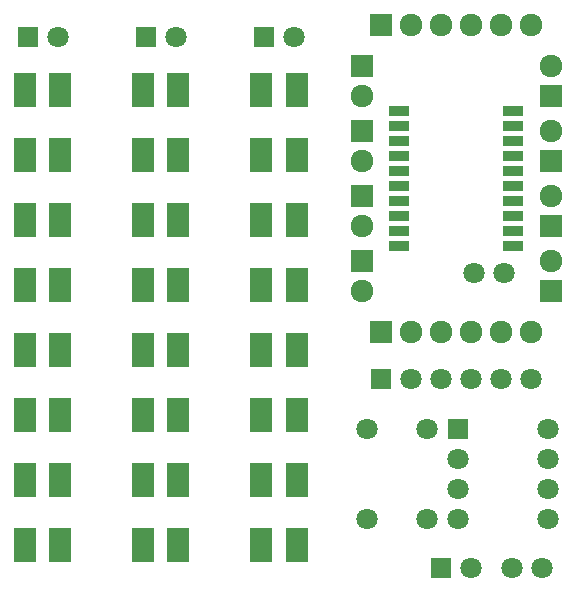
<source format=gts>
G04 (created by PCBNEW (2013-04-19 BZR 4011)-stable) date 9/19/2013 12:32:27 AM*
%MOIN*%
G04 Gerber Fmt 3.4, Leading zero omitted, Abs format*
%FSLAX34Y34*%
G01*
G70*
G90*
G04 APERTURE LIST*
%ADD10C,0.00393701*%
%ADD11R,0.070748X0.070748*%
%ADD12C,0.070748*%
%ADD13R,0.0748031X0.11811*%
%ADD14R,0.075748X0.075748*%
%ADD15C,0.075748*%
%ADD16R,0.065748X0.035748*%
G04 APERTURE END LIST*
G54D10*
G54D11*
X83751Y-34645D03*
G54D12*
X84751Y-34645D03*
G54D13*
X83661Y-36417D03*
X84842Y-36417D03*
X83661Y-38582D03*
X84842Y-38582D03*
X83661Y-40748D03*
X84842Y-40748D03*
X83661Y-42913D03*
X84842Y-42913D03*
X83661Y-45078D03*
X84842Y-45078D03*
X83661Y-47244D03*
X84842Y-47244D03*
X83661Y-49409D03*
X84842Y-49409D03*
X83661Y-51574D03*
X84842Y-51574D03*
G54D11*
X79814Y-34645D03*
G54D12*
X80814Y-34645D03*
G54D13*
X79724Y-36417D03*
X80905Y-36417D03*
X79724Y-38582D03*
X80905Y-38582D03*
X79724Y-40748D03*
X80905Y-40748D03*
X79724Y-42913D03*
X80905Y-42913D03*
X79724Y-45078D03*
X80905Y-45078D03*
X79724Y-47244D03*
X80905Y-47244D03*
X79724Y-49409D03*
X80905Y-49409D03*
X79724Y-51574D03*
X80905Y-51574D03*
G54D11*
X75877Y-34645D03*
G54D12*
X76877Y-34645D03*
G54D13*
X75787Y-36417D03*
X76968Y-36417D03*
X75787Y-38582D03*
X76968Y-38582D03*
X75787Y-40748D03*
X76968Y-40748D03*
X75787Y-42913D03*
X76968Y-42913D03*
X75787Y-45078D03*
X76968Y-45078D03*
X75787Y-47244D03*
X76968Y-47244D03*
X75787Y-49409D03*
X76968Y-49409D03*
X75787Y-51574D03*
X76968Y-51574D03*
G54D12*
X87188Y-47712D03*
X89188Y-47712D03*
X87188Y-50712D03*
X89188Y-50712D03*
G54D11*
X87657Y-46062D03*
G54D12*
X88657Y-46062D03*
X89657Y-46062D03*
X90657Y-46062D03*
X91657Y-46062D03*
X92657Y-46062D03*
G54D11*
X89657Y-52362D03*
G54D12*
X90657Y-52362D03*
G54D11*
X90232Y-47712D03*
G54D12*
X90232Y-48712D03*
X90232Y-49712D03*
X90232Y-50712D03*
X93232Y-50712D03*
X93232Y-49712D03*
X93232Y-48712D03*
X93232Y-47712D03*
X92019Y-52362D03*
X93019Y-52362D03*
G54D14*
X93307Y-43118D03*
G54D15*
X93307Y-42118D03*
G54D14*
X93307Y-40952D03*
G54D15*
X93307Y-39952D03*
G54D14*
X93307Y-38787D03*
G54D15*
X93307Y-37787D03*
G54D14*
X93307Y-36622D03*
G54D15*
X93307Y-35622D03*
G54D14*
X87007Y-35622D03*
G54D15*
X87007Y-36622D03*
G54D14*
X87007Y-37787D03*
G54D15*
X87007Y-38787D03*
G54D14*
X87007Y-39952D03*
G54D15*
X87007Y-40952D03*
G54D14*
X87007Y-42118D03*
G54D15*
X87007Y-43118D03*
G54D14*
X87657Y-44488D03*
G54D15*
X88657Y-44488D03*
X89657Y-44488D03*
X90657Y-44488D03*
X91657Y-44488D03*
X92657Y-44488D03*
G54D14*
X87657Y-34251D03*
G54D15*
X88657Y-34251D03*
X89657Y-34251D03*
X90657Y-34251D03*
X91657Y-34251D03*
X92657Y-34251D03*
G54D12*
X90740Y-42519D03*
X91740Y-42519D03*
G54D16*
X88257Y-37120D03*
X88257Y-37620D03*
X88257Y-38120D03*
X88257Y-38620D03*
X88257Y-39120D03*
X88257Y-39620D03*
X88257Y-40120D03*
X88257Y-40620D03*
X88257Y-41120D03*
X88257Y-41620D03*
X92057Y-41620D03*
X92057Y-41120D03*
X92057Y-40620D03*
X92057Y-40120D03*
X92057Y-39620D03*
X92057Y-39120D03*
X92057Y-38620D03*
X92057Y-38120D03*
X92057Y-37620D03*
X92057Y-37120D03*
M02*

</source>
